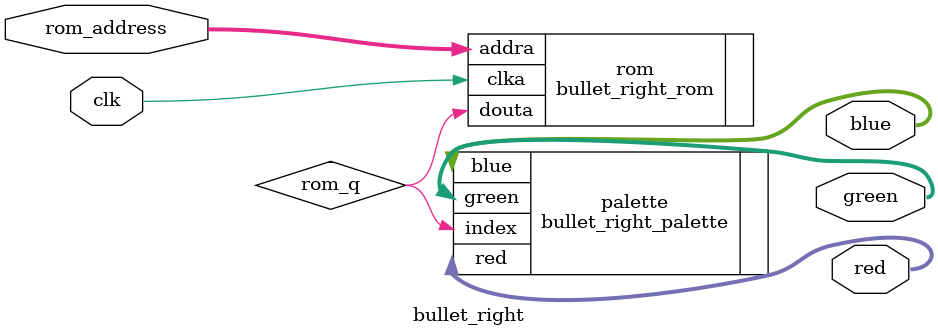
<source format=sv>
module bullet_right (
    input  logic        clk,
    input  logic [5:0]  rom_address,
    output logic [3:0]  red, green, blue
);

    logic [0:0] rom_q;

    bullet_right_rom rom (
        .clka(clk),
        .addra(rom_address),
        .douta(rom_q)
    );

    bullet_right_palette palette (
        .index(rom_q),
        .red(red),
        .green(green),
        .blue(blue)
    );

endmodule

</source>
